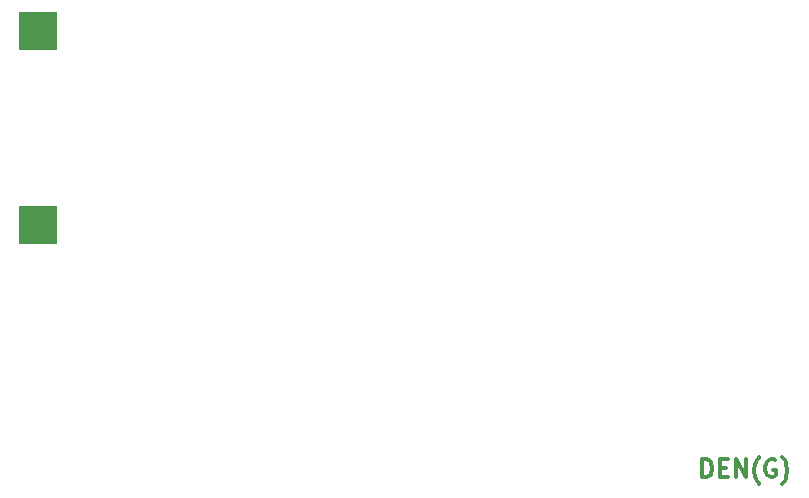
<source format=gbr>
G04 #@! TF.GenerationSoftware,KiCad,Pcbnew,5.0.1-33cea8e~68~ubuntu16.04.1*
G04 #@! TF.CreationDate,2018-10-26T03:49:13-07:00*
G04 #@! TF.ProjectId,integrated-board,696E74656772617465642D626F617264,rev?*
G04 #@! TF.SameCoordinates,Original*
G04 #@! TF.FileFunction,Paste,Bot*
G04 #@! TF.FilePolarity,Positive*
%FSLAX46Y46*%
G04 Gerber Fmt 4.6, Leading zero omitted, Abs format (unit mm)*
G04 Created by KiCad (PCBNEW 5.0.1-33cea8e~68~ubuntu16.04.1) date Fri 26 Oct 2018 03:49:13 AM PDT*
%MOMM*%
%LPD*%
G01*
G04 APERTURE LIST*
%ADD10C,0.375000*%
%ADD11R,3.200000X3.200000*%
G04 APERTURE END LIST*
D10*
X139592857Y-128453571D02*
X139592857Y-126953571D01*
X139950000Y-126953571D01*
X140164285Y-127025000D01*
X140307142Y-127167857D01*
X140378571Y-127310714D01*
X140450000Y-127596428D01*
X140450000Y-127810714D01*
X140378571Y-128096428D01*
X140307142Y-128239285D01*
X140164285Y-128382142D01*
X139950000Y-128453571D01*
X139592857Y-128453571D01*
X141092857Y-127667857D02*
X141592857Y-127667857D01*
X141807142Y-128453571D02*
X141092857Y-128453571D01*
X141092857Y-126953571D01*
X141807142Y-126953571D01*
X142450000Y-128453571D02*
X142450000Y-126953571D01*
X143307142Y-128453571D01*
X143307142Y-126953571D01*
X144450000Y-129025000D02*
X144378571Y-128953571D01*
X144235714Y-128739285D01*
X144164285Y-128596428D01*
X144092857Y-128382142D01*
X144021428Y-128025000D01*
X144021428Y-127739285D01*
X144092857Y-127382142D01*
X144164285Y-127167857D01*
X144235714Y-127025000D01*
X144378571Y-126810714D01*
X144450000Y-126739285D01*
X145807142Y-127025000D02*
X145664285Y-126953571D01*
X145450000Y-126953571D01*
X145235714Y-127025000D01*
X145092857Y-127167857D01*
X145021428Y-127310714D01*
X144950000Y-127596428D01*
X144950000Y-127810714D01*
X145021428Y-128096428D01*
X145092857Y-128239285D01*
X145235714Y-128382142D01*
X145450000Y-128453571D01*
X145592857Y-128453571D01*
X145807142Y-128382142D01*
X145878571Y-128310714D01*
X145878571Y-127810714D01*
X145592857Y-127810714D01*
X146378571Y-129025000D02*
X146450000Y-128953571D01*
X146592857Y-128739285D01*
X146664285Y-128596428D01*
X146735714Y-128382142D01*
X146807142Y-128025000D01*
X146807142Y-127739285D01*
X146735714Y-127382142D01*
X146664285Y-127167857D01*
X146592857Y-127025000D01*
X146450000Y-126810714D01*
X146378571Y-126739285D01*
D11*
G04 #@! TO.C,B1*
X83381259Y-107118492D03*
X83381259Y-90667692D03*
G04 #@! TD*
M02*

</source>
